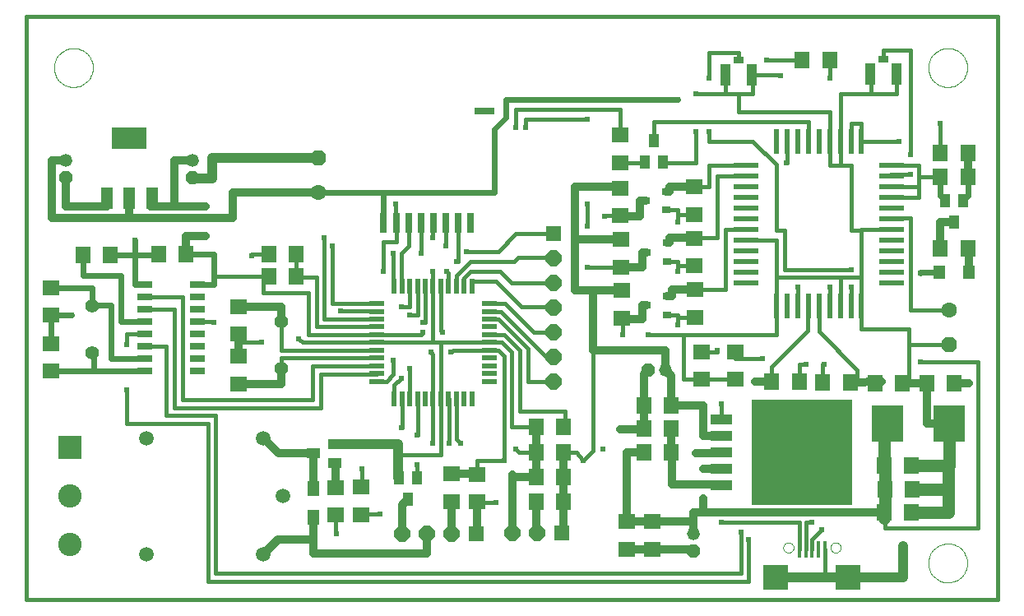
<source format=gbr>
G75*
G70*
%OFA0B0*%
%FSLAX24Y24*%
%IPPOS*%
%LPD*%
%AMOC8*
5,1,8,0,0,1.08239X$1,22.5*
%
%ADD10C,0.0000*%
%ADD11C,0.0160*%
%ADD12R,0.0157X0.0689*%
%ADD13R,0.1000X0.1000*%
%ADD14R,0.0256X0.0787*%
%ADD15R,0.0787X0.0256*%
%ADD16OC8,0.0630*%
%ADD17C,0.0630*%
%ADD18R,0.0640X0.0640*%
%ADD19OC8,0.0640*%
%ADD20R,0.0480X0.0880*%
%ADD21R,0.1417X0.0866*%
%ADD22OC8,0.0520*%
%ADD23C,0.0520*%
%ADD24C,0.0594*%
%ADD25R,0.0551X0.0394*%
%ADD26R,0.0710X0.0630*%
%ADD27R,0.0472X0.0591*%
%ADD28R,0.0950X0.0950*%
%ADD29C,0.0950*%
%ADD30R,0.4098X0.4252*%
%ADD31R,0.0850X0.0420*%
%ADD32R,0.0630X0.0709*%
%ADD33R,0.0709X0.0630*%
%ADD34R,0.0630X0.0710*%
%ADD35R,0.0591X0.0197*%
%ADD36R,0.0197X0.0591*%
%ADD37R,0.0600X0.0250*%
%ADD38R,0.0984X0.0189*%
%ADD39R,0.0189X0.0984*%
%ADD40C,0.0560*%
%ADD41R,0.1250X0.1500*%
%ADD42R,0.0354X0.0315*%
%ADD43R,0.0394X0.0551*%
%ADD44R,0.0413X0.0866*%
%ADD45R,0.0394X0.0315*%
%ADD46R,0.0472X0.0551*%
%ADD47C,0.0320*%
%ADD48C,0.0240*%
%ADD49C,0.0238*%
%ADD50C,0.0400*%
%ADD51C,0.0500*%
D10*
X000250Y000877D02*
X000250Y024499D01*
X039620Y024499D01*
X039620Y000877D01*
X000250Y000877D01*
X030927Y002971D02*
X030929Y002999D01*
X030935Y003027D01*
X030944Y003053D01*
X030957Y003079D01*
X030973Y003102D01*
X030993Y003122D01*
X031015Y003140D01*
X031039Y003155D01*
X031065Y003166D01*
X031092Y003174D01*
X031120Y003178D01*
X031148Y003178D01*
X031176Y003174D01*
X031203Y003166D01*
X031229Y003155D01*
X031253Y003140D01*
X031275Y003122D01*
X031295Y003102D01*
X031311Y003079D01*
X031324Y003053D01*
X031333Y003027D01*
X031339Y002999D01*
X031341Y002971D01*
X031339Y002943D01*
X031333Y002915D01*
X031324Y002889D01*
X031311Y002863D01*
X031295Y002840D01*
X031275Y002820D01*
X031253Y002802D01*
X031229Y002787D01*
X031203Y002776D01*
X031176Y002768D01*
X031148Y002764D01*
X031120Y002764D01*
X031092Y002768D01*
X031065Y002776D01*
X031039Y002787D01*
X031015Y002802D01*
X030993Y002820D01*
X030973Y002840D01*
X030957Y002863D01*
X030944Y002889D01*
X030935Y002915D01*
X030929Y002943D01*
X030927Y002971D01*
X032837Y002971D02*
X032839Y002999D01*
X032845Y003027D01*
X032854Y003053D01*
X032867Y003079D01*
X032883Y003102D01*
X032903Y003122D01*
X032925Y003140D01*
X032949Y003155D01*
X032975Y003166D01*
X033002Y003174D01*
X033030Y003178D01*
X033058Y003178D01*
X033086Y003174D01*
X033113Y003166D01*
X033139Y003155D01*
X033163Y003140D01*
X033185Y003122D01*
X033205Y003102D01*
X033221Y003079D01*
X033234Y003053D01*
X033243Y003027D01*
X033249Y002999D01*
X033251Y002971D01*
X033249Y002943D01*
X033243Y002915D01*
X033234Y002889D01*
X033221Y002863D01*
X033205Y002840D01*
X033185Y002820D01*
X033163Y002802D01*
X033139Y002787D01*
X033113Y002776D01*
X033086Y002768D01*
X033058Y002764D01*
X033030Y002764D01*
X033002Y002768D01*
X032975Y002776D01*
X032949Y002787D01*
X032925Y002802D01*
X032903Y002820D01*
X032883Y002840D01*
X032867Y002863D01*
X032854Y002889D01*
X032845Y002915D01*
X032839Y002943D01*
X032837Y002971D01*
X036803Y002349D02*
X036805Y002405D01*
X036811Y002460D01*
X036821Y002514D01*
X036834Y002568D01*
X036852Y002621D01*
X036873Y002672D01*
X036897Y002722D01*
X036925Y002770D01*
X036957Y002816D01*
X036991Y002860D01*
X037029Y002901D01*
X037069Y002939D01*
X037112Y002974D01*
X037157Y003006D01*
X037205Y003035D01*
X037254Y003061D01*
X037305Y003083D01*
X037357Y003101D01*
X037411Y003115D01*
X037466Y003126D01*
X037521Y003133D01*
X037576Y003136D01*
X037632Y003135D01*
X037687Y003130D01*
X037742Y003121D01*
X037796Y003109D01*
X037849Y003092D01*
X037901Y003072D01*
X037951Y003048D01*
X037999Y003021D01*
X038046Y002991D01*
X038090Y002957D01*
X038132Y002920D01*
X038170Y002880D01*
X038207Y002838D01*
X038240Y002793D01*
X038269Y002747D01*
X038296Y002698D01*
X038318Y002647D01*
X038338Y002595D01*
X038353Y002541D01*
X038365Y002487D01*
X038373Y002432D01*
X038377Y002377D01*
X038377Y002321D01*
X038373Y002266D01*
X038365Y002211D01*
X038353Y002157D01*
X038338Y002103D01*
X038318Y002051D01*
X038296Y002000D01*
X038269Y001951D01*
X038240Y001905D01*
X038207Y001860D01*
X038170Y001818D01*
X038132Y001778D01*
X038090Y001741D01*
X038046Y001707D01*
X037999Y001677D01*
X037951Y001650D01*
X037901Y001626D01*
X037849Y001606D01*
X037796Y001589D01*
X037742Y001577D01*
X037687Y001568D01*
X037632Y001563D01*
X037576Y001562D01*
X037521Y001565D01*
X037466Y001572D01*
X037411Y001583D01*
X037357Y001597D01*
X037305Y001615D01*
X037254Y001637D01*
X037205Y001663D01*
X037157Y001692D01*
X037112Y001724D01*
X037069Y001759D01*
X037029Y001797D01*
X036991Y001838D01*
X036957Y001882D01*
X036925Y001928D01*
X036897Y001976D01*
X036873Y002026D01*
X036852Y002077D01*
X036834Y002130D01*
X036821Y002184D01*
X036811Y002238D01*
X036805Y002293D01*
X036803Y002349D01*
X036803Y022428D02*
X036805Y022484D01*
X036811Y022539D01*
X036821Y022593D01*
X036834Y022647D01*
X036852Y022700D01*
X036873Y022751D01*
X036897Y022801D01*
X036925Y022849D01*
X036957Y022895D01*
X036991Y022939D01*
X037029Y022980D01*
X037069Y023018D01*
X037112Y023053D01*
X037157Y023085D01*
X037205Y023114D01*
X037254Y023140D01*
X037305Y023162D01*
X037357Y023180D01*
X037411Y023194D01*
X037466Y023205D01*
X037521Y023212D01*
X037576Y023215D01*
X037632Y023214D01*
X037687Y023209D01*
X037742Y023200D01*
X037796Y023188D01*
X037849Y023171D01*
X037901Y023151D01*
X037951Y023127D01*
X037999Y023100D01*
X038046Y023070D01*
X038090Y023036D01*
X038132Y022999D01*
X038170Y022959D01*
X038207Y022917D01*
X038240Y022872D01*
X038269Y022826D01*
X038296Y022777D01*
X038318Y022726D01*
X038338Y022674D01*
X038353Y022620D01*
X038365Y022566D01*
X038373Y022511D01*
X038377Y022456D01*
X038377Y022400D01*
X038373Y022345D01*
X038365Y022290D01*
X038353Y022236D01*
X038338Y022182D01*
X038318Y022130D01*
X038296Y022079D01*
X038269Y022030D01*
X038240Y021984D01*
X038207Y021939D01*
X038170Y021897D01*
X038132Y021857D01*
X038090Y021820D01*
X038046Y021786D01*
X037999Y021756D01*
X037951Y021729D01*
X037901Y021705D01*
X037849Y021685D01*
X037796Y021668D01*
X037742Y021656D01*
X037687Y021647D01*
X037632Y021642D01*
X037576Y021641D01*
X037521Y021644D01*
X037466Y021651D01*
X037411Y021662D01*
X037357Y021676D01*
X037305Y021694D01*
X037254Y021716D01*
X037205Y021742D01*
X037157Y021771D01*
X037112Y021803D01*
X037069Y021838D01*
X037029Y021876D01*
X036991Y021917D01*
X036957Y021961D01*
X036925Y022007D01*
X036897Y022055D01*
X036873Y022105D01*
X036852Y022156D01*
X036834Y022209D01*
X036821Y022263D01*
X036811Y022317D01*
X036805Y022372D01*
X036803Y022428D01*
X001370Y022428D02*
X001372Y022484D01*
X001378Y022539D01*
X001388Y022593D01*
X001401Y022647D01*
X001419Y022700D01*
X001440Y022751D01*
X001464Y022801D01*
X001492Y022849D01*
X001524Y022895D01*
X001558Y022939D01*
X001596Y022980D01*
X001636Y023018D01*
X001679Y023053D01*
X001724Y023085D01*
X001772Y023114D01*
X001821Y023140D01*
X001872Y023162D01*
X001924Y023180D01*
X001978Y023194D01*
X002033Y023205D01*
X002088Y023212D01*
X002143Y023215D01*
X002199Y023214D01*
X002254Y023209D01*
X002309Y023200D01*
X002363Y023188D01*
X002416Y023171D01*
X002468Y023151D01*
X002518Y023127D01*
X002566Y023100D01*
X002613Y023070D01*
X002657Y023036D01*
X002699Y022999D01*
X002737Y022959D01*
X002774Y022917D01*
X002807Y022872D01*
X002836Y022826D01*
X002863Y022777D01*
X002885Y022726D01*
X002905Y022674D01*
X002920Y022620D01*
X002932Y022566D01*
X002940Y022511D01*
X002944Y022456D01*
X002944Y022400D01*
X002940Y022345D01*
X002932Y022290D01*
X002920Y022236D01*
X002905Y022182D01*
X002885Y022130D01*
X002863Y022079D01*
X002836Y022030D01*
X002807Y021984D01*
X002774Y021939D01*
X002737Y021897D01*
X002699Y021857D01*
X002657Y021820D01*
X002613Y021786D01*
X002566Y021756D01*
X002518Y021729D01*
X002468Y021705D01*
X002416Y021685D01*
X002363Y021668D01*
X002309Y021656D01*
X002254Y021647D01*
X002199Y021642D01*
X002143Y021641D01*
X002088Y021644D01*
X002033Y021651D01*
X001978Y021662D01*
X001924Y021676D01*
X001872Y021694D01*
X001821Y021716D01*
X001772Y021742D01*
X001724Y021771D01*
X001679Y021803D01*
X001636Y021838D01*
X001596Y021876D01*
X001558Y021917D01*
X001524Y021961D01*
X001492Y022007D01*
X001464Y022055D01*
X001440Y022105D01*
X001419Y022156D01*
X001401Y022209D01*
X001388Y022263D01*
X001378Y022317D01*
X001372Y022372D01*
X001370Y022428D01*
D11*
X000250Y024499D02*
X000250Y000877D01*
X039620Y000877D01*
X039620Y024499D01*
X000250Y024499D01*
X012330Y015529D02*
X012330Y012249D01*
X014490Y012249D01*
X014410Y012569D02*
X012970Y012569D01*
X012650Y012864D02*
X014447Y012864D01*
X015130Y013529D02*
X015130Y014889D01*
X015450Y014889D02*
X015450Y013593D01*
X015470Y013572D01*
X015785Y013572D02*
X015785Y012729D01*
X015450Y012729D01*
X015770Y012409D02*
X016100Y012409D01*
X016100Y013572D01*
X016415Y013572D02*
X016415Y012089D01*
X016330Y012089D01*
X016330Y011689D02*
X016250Y011609D01*
X014490Y011609D01*
X011690Y011609D01*
X011690Y013289D01*
X009850Y013289D01*
X009850Y013969D01*
X007850Y013969D01*
X007850Y013849D01*
X006570Y013139D02*
X006570Y008969D01*
X011850Y008969D01*
X011850Y010329D01*
X014447Y010329D01*
X014447Y010344D01*
X014447Y010029D02*
X014447Y010009D01*
X012170Y010009D01*
X012170Y008649D01*
X006250Y008649D01*
X006250Y012639D01*
X005049Y012639D01*
X005049Y013139D02*
X006570Y013139D01*
X007171Y012139D02*
X007850Y012139D01*
X007850Y012089D01*
X008850Y011369D02*
X008850Y011289D01*
X009770Y011289D01*
X010570Y010974D02*
X010570Y012119D01*
X011290Y011449D02*
X011450Y011289D01*
X014447Y011289D01*
X016650Y011289D01*
X016810Y011289D01*
X019013Y011289D01*
X019530Y011289D01*
X019930Y010889D01*
X019930Y010569D01*
X019930Y007869D01*
X020919Y007869D01*
X020250Y008489D02*
X022090Y008489D01*
X022090Y007869D01*
X022021Y007869D01*
X022021Y006829D02*
X022550Y006829D01*
X022810Y006489D01*
X023210Y006889D01*
X023210Y010969D01*
X024410Y011609D02*
X024410Y012269D01*
X024370Y012269D01*
X025450Y011609D02*
X026890Y011609D01*
X026890Y009798D01*
X027610Y009798D01*
X028970Y009798D01*
X028970Y010649D02*
X030090Y010649D01*
X030459Y010298D02*
X031930Y011769D01*
X031930Y012809D01*
X031530Y012809D02*
X031530Y013529D01*
X030970Y014249D02*
X030970Y015849D01*
X030650Y015849D01*
X030650Y018249D01*
X030650Y018489D01*
X029690Y019449D01*
X027930Y019449D01*
X027930Y019849D01*
X027370Y019849D02*
X027370Y018569D01*
X026064Y018569D01*
X026064Y018616D01*
X025316Y018616D02*
X025316Y018569D01*
X024330Y018569D01*
X025690Y019482D02*
X025690Y020249D01*
X027290Y020249D01*
X031933Y020249D01*
X031933Y019421D01*
X032799Y019421D02*
X032799Y020649D01*
X029130Y020649D01*
X029130Y021369D01*
X029690Y021369D01*
X029690Y022129D01*
X029651Y022129D01*
X030810Y022129D01*
X030810Y022089D01*
X030250Y022729D02*
X030250Y022749D01*
X031690Y022749D01*
X032810Y022749D02*
X032810Y022009D01*
X032810Y022009D01*
X033232Y021369D02*
X033232Y019421D01*
X033232Y018476D01*
X033690Y018476D01*
X033690Y015849D01*
X034098Y015849D01*
X034098Y015878D01*
X034098Y013929D01*
X033232Y013929D01*
X030634Y013929D01*
X030634Y012767D01*
X030634Y011609D01*
X026890Y011609D01*
X026650Y012009D02*
X026650Y012249D01*
X026650Y012415D01*
X026224Y012415D01*
X026650Y012309D02*
X026650Y012249D01*
X026650Y012309D02*
X027350Y012309D01*
X027350Y013429D02*
X027350Y013449D01*
X028570Y013449D01*
X028570Y015878D01*
X029413Y015878D01*
X029413Y015445D02*
X030634Y015445D01*
X030634Y013929D01*
X030970Y014249D02*
X033690Y014249D01*
X034098Y013929D02*
X034098Y012767D01*
X034098Y011849D01*
X036010Y011849D01*
X036010Y011209D01*
X037650Y011209D01*
X037650Y011189D01*
X036490Y010489D02*
X038810Y010489D01*
X038810Y006649D01*
X038810Y003769D01*
X036970Y003769D01*
X035050Y003769D01*
X035050Y004409D01*
X032490Y003689D02*
X032089Y003288D01*
X032089Y002890D01*
X031833Y002890D02*
X031833Y004009D01*
X032090Y004009D01*
X031577Y004009D02*
X028410Y004009D01*
X029210Y003609D02*
X029210Y001929D01*
X007930Y001929D01*
X007930Y008329D01*
X005930Y008329D01*
X005930Y011129D01*
X005049Y011129D01*
X005049Y011139D01*
X005049Y011639D02*
X004330Y011639D01*
X004330Y011209D01*
X004330Y009369D02*
X004330Y008009D01*
X007610Y008009D01*
X007610Y001609D01*
X009450Y001609D01*
X029530Y001609D01*
X029530Y003289D01*
X031577Y002890D02*
X031577Y004009D01*
X032601Y002890D02*
X032601Y001778D01*
X032570Y001778D01*
X028410Y008169D02*
X028410Y008809D01*
X030459Y009689D02*
X030459Y010298D01*
X031570Y010409D02*
X031578Y009689D01*
X032530Y009669D02*
X032530Y010409D01*
X032570Y010409D01*
X031850Y010409D02*
X031570Y010409D01*
X032366Y011733D02*
X033930Y010169D01*
X033930Y009709D01*
X033650Y009669D01*
X035741Y009649D02*
X036010Y009689D01*
X036010Y011209D01*
X036090Y012589D02*
X036090Y016329D01*
X035319Y016329D01*
X035319Y016311D01*
X035319Y015878D02*
X034098Y015878D01*
X035319Y017177D02*
X036410Y017177D01*
X036410Y017609D01*
X035319Y017609D01*
X035319Y017610D01*
X035319Y018043D02*
X035290Y018043D01*
X035290Y018089D01*
X036090Y018089D01*
X036410Y017989D02*
X037290Y017989D01*
X036410Y017989D02*
X036410Y018476D01*
X036410Y017609D01*
X036410Y018476D02*
X035319Y018476D01*
X036090Y018889D02*
X036090Y019209D01*
X036090Y023129D01*
X034990Y023129D01*
X034990Y022769D01*
X034449Y022169D02*
X034490Y022089D01*
X034490Y021369D01*
X033232Y021369D01*
X034490Y021369D02*
X035531Y021369D01*
X035531Y022169D01*
X034090Y020169D02*
X033665Y020169D01*
X033665Y019421D01*
X034090Y019421D02*
X034098Y019421D01*
X035610Y019421D01*
X035610Y019449D01*
X034090Y019421D02*
X034090Y020169D01*
X032799Y019421D02*
X032799Y018476D01*
X033232Y018476D01*
X031067Y018569D02*
X031050Y018569D01*
X031067Y018569D02*
X031067Y019421D01*
X029413Y018476D02*
X027930Y018476D01*
X027930Y017609D01*
X027310Y017609D01*
X027310Y017589D01*
X028250Y018043D02*
X028250Y015529D01*
X027330Y015529D01*
X027330Y015509D01*
X026650Y016169D02*
X026650Y016655D01*
X026184Y016655D01*
X026650Y016469D02*
X027310Y016469D01*
X026650Y016469D02*
X026650Y016169D01*
X024330Y016429D02*
X023710Y016429D01*
X023690Y016409D01*
X022970Y016009D02*
X022970Y016889D01*
X021630Y015689D02*
X020090Y015689D01*
X019370Y014969D01*
X019210Y014969D01*
X018090Y014969D01*
X018250Y014569D02*
X019290Y014569D01*
X020010Y014569D01*
X020170Y014729D01*
X021590Y014729D01*
X021630Y014689D01*
X022970Y014349D02*
X024350Y014349D01*
X022970Y014329D02*
X022970Y014349D01*
X021610Y013689D02*
X019930Y013689D01*
X019450Y014169D01*
X018250Y014169D01*
X017990Y013909D01*
X017990Y013572D01*
X018305Y013572D02*
X018305Y013769D01*
X018970Y013769D01*
X019290Y013769D01*
X020330Y012729D01*
X021690Y012729D01*
X021610Y011689D02*
X020810Y011689D01*
X019635Y012864D01*
X019013Y012864D01*
X019013Y012549D02*
X019470Y012549D01*
X021290Y010729D01*
X021610Y010729D01*
X020570Y011049D02*
X020570Y009689D01*
X021630Y009689D01*
X020570Y011049D02*
X019385Y012234D01*
X019013Y012234D01*
X019013Y011604D02*
X019615Y011604D01*
X020250Y010969D01*
X020250Y008489D01*
X020090Y006969D02*
X020230Y006829D01*
X020919Y006829D01*
X019610Y006489D02*
X018530Y006489D01*
X018530Y005949D01*
X019610Y006489D02*
X019610Y010734D01*
X019370Y010974D01*
X019013Y010974D01*
X017535Y010974D01*
X017450Y010889D01*
X017045Y011289D02*
X016810Y011289D01*
X016730Y011289D02*
X016730Y013609D01*
X016730Y014169D01*
X017290Y014169D02*
X017360Y014099D01*
X017360Y013572D01*
X017675Y013572D02*
X017675Y013994D01*
X018250Y014569D01*
X017751Y014569D02*
X017690Y014569D01*
X017751Y014569D02*
X017751Y016149D01*
X017259Y016149D02*
X017259Y015209D01*
X017250Y015209D01*
X016730Y015529D02*
X016730Y016149D01*
X016747Y016149D01*
X016255Y016149D02*
X016255Y015294D01*
X016250Y014889D01*
X015763Y015202D02*
X015450Y014889D01*
X015763Y015202D02*
X015763Y016149D01*
X015251Y016149D02*
X015251Y015369D01*
X014730Y015369D01*
X014730Y014169D01*
X017045Y013572D02*
X017045Y011774D01*
X017130Y011689D01*
X017045Y011289D02*
X017045Y009005D01*
X017050Y009005D01*
X017050Y006729D01*
X015330Y006729D01*
X016084Y006323D02*
X016090Y006329D01*
X016084Y006323D02*
X016084Y005802D01*
X016730Y007209D02*
X016730Y009005D01*
X016730Y010809D01*
X016650Y010889D01*
X016650Y011289D02*
X016730Y011289D01*
X015770Y010249D02*
X015770Y009021D01*
X015785Y009005D01*
X015470Y009005D02*
X015470Y007849D01*
X015450Y007849D01*
X016090Y007529D02*
X016100Y007529D01*
X016100Y009005D01*
X015155Y009005D02*
X015155Y009554D01*
X015450Y009849D01*
X015130Y010009D02*
X015130Y010569D01*
X015130Y010009D02*
X014835Y009714D01*
X014447Y009714D01*
X014447Y010659D02*
X010570Y010659D01*
X010570Y010219D01*
X010570Y010974D02*
X014447Y010974D01*
X014447Y011919D02*
X012010Y011919D01*
X012010Y013929D01*
X011190Y013929D01*
X011190Y013969D01*
X011190Y014789D01*
X011210Y014809D01*
X010079Y014869D02*
X009370Y014869D01*
X009370Y014809D01*
X009850Y014009D02*
X009850Y013969D01*
X009850Y014009D01*
X009850Y013969D02*
X010070Y013969D01*
X012650Y012864D02*
X012650Y015209D01*
X015210Y016089D02*
X015210Y016889D01*
X018305Y013769D02*
X018305Y013572D01*
X017675Y009005D02*
X017675Y007384D01*
X017850Y007209D01*
X017370Y007209D02*
X017370Y008995D01*
X017360Y009005D01*
X013850Y006169D02*
X013850Y005449D01*
X013810Y004329D02*
X013810Y004309D01*
X013810Y004329D02*
X014570Y004329D01*
X012790Y004289D02*
X012790Y003549D01*
X012810Y003529D01*
X018530Y004809D02*
X019290Y004809D01*
X028970Y010649D02*
X028970Y010900D01*
X028250Y010900D02*
X028250Y010969D01*
X028250Y010900D02*
X027610Y010900D01*
X032366Y011733D02*
X032366Y012767D01*
X032799Y012767D02*
X032810Y012767D01*
X032810Y013529D01*
X033232Y013929D02*
X033232Y012767D01*
X033665Y012767D02*
X033690Y012792D01*
X033690Y013529D01*
X036090Y012589D02*
X037650Y012589D01*
X029413Y018043D02*
X028250Y018043D01*
X024330Y019689D02*
X024330Y020729D01*
X020090Y020729D01*
X020090Y020009D01*
X020490Y020009D02*
X020490Y020329D01*
X022970Y020329D01*
X027370Y021369D02*
X028730Y021369D01*
X029130Y021369D01*
X028730Y021369D02*
X028569Y021369D01*
X028569Y022129D01*
X027930Y022009D02*
X027930Y023049D01*
X029110Y023049D01*
X029110Y022729D01*
X037290Y020169D02*
X037290Y018969D01*
X027330Y014389D02*
X026650Y014389D01*
X026650Y014169D01*
X026650Y014575D01*
X026204Y014575D01*
D12*
X031577Y002890D03*
X031833Y002890D03*
X032089Y002890D03*
X032345Y002890D03*
X032601Y002890D03*
D13*
X033556Y001778D03*
X030623Y001778D03*
D14*
X018244Y016149D03*
X017751Y016149D03*
X017259Y016149D03*
X016747Y016149D03*
X016255Y016149D03*
X015763Y016149D03*
X015251Y016149D03*
X014720Y016149D03*
D15*
X018799Y020673D03*
D16*
X012070Y018769D03*
X037650Y011189D03*
D17*
X037650Y012589D03*
X012070Y017369D03*
D18*
X021630Y015689D03*
X021950Y003569D03*
X018490Y003529D03*
D19*
X017490Y003529D03*
X016490Y003529D03*
X015490Y003529D03*
X019950Y003569D03*
X020950Y003569D03*
X021630Y009689D03*
X021630Y010689D03*
X021630Y011689D03*
X021630Y012689D03*
X021630Y013689D03*
X021630Y014689D03*
D20*
X005340Y017129D03*
X004430Y017129D03*
X003520Y017129D03*
D21*
X004430Y019569D03*
D22*
X006990Y017959D03*
X001850Y017959D03*
X025440Y010169D03*
X027290Y002819D03*
D23*
X027290Y003519D03*
X026140Y010169D03*
X006990Y018659D03*
X001850Y018659D03*
D24*
X005128Y007418D03*
X009852Y007418D03*
X010639Y005056D03*
X009852Y002694D03*
X005128Y002694D03*
D25*
X011877Y006789D03*
X012743Y007163D03*
X012743Y006415D03*
D26*
X012790Y005409D03*
X013810Y005429D03*
X013810Y004309D03*
X012790Y004289D03*
X017470Y004849D03*
X018530Y004829D03*
X018530Y005949D03*
X017470Y005969D03*
X024590Y004029D03*
X024590Y002909D03*
X024370Y012269D03*
X024370Y013389D03*
X024350Y014349D03*
X024350Y015469D03*
X024330Y016429D03*
X024330Y017549D03*
X024330Y018569D03*
X024330Y019689D03*
X027310Y017589D03*
X027310Y016469D03*
X027330Y015509D03*
X027330Y014389D03*
X027350Y013429D03*
X027350Y012309D03*
D27*
X011870Y005360D03*
X011870Y004218D03*
D28*
X002030Y007029D03*
D29*
X002030Y005060D03*
X002030Y003092D03*
D30*
X031690Y006829D03*
D31*
X028410Y006829D03*
X028410Y007499D03*
X028410Y008169D03*
X028410Y006159D03*
X028410Y005489D03*
D32*
X026381Y008749D03*
X025279Y008749D03*
X022021Y007869D03*
X020919Y007869D03*
X020919Y006829D03*
X022021Y006829D03*
X022021Y005829D03*
X020919Y005829D03*
X035019Y006289D03*
X036121Y006289D03*
X036141Y005329D03*
X035039Y005329D03*
X035019Y004409D03*
X036121Y004409D03*
X035741Y009649D03*
X034639Y009649D03*
X036759Y009649D03*
X037861Y009649D03*
X011181Y014869D03*
X010079Y014869D03*
X006701Y014869D03*
X005599Y014869D03*
X003661Y014849D03*
X002559Y014849D03*
D33*
X001250Y013500D03*
X001250Y012398D03*
X001250Y011240D03*
X001250Y010138D03*
X008850Y009618D03*
X008850Y010720D03*
X008850Y011638D03*
X008850Y012740D03*
X025630Y004020D03*
X025630Y002918D03*
X027610Y009798D03*
X028970Y009798D03*
X028970Y010900D03*
X027610Y010900D03*
D34*
X030459Y009689D03*
X031578Y009689D03*
X032530Y009669D03*
X033650Y009669D03*
X026390Y007789D03*
X025270Y007789D03*
X025270Y006829D03*
X026390Y006829D03*
X022030Y004849D03*
X020910Y004849D03*
X011190Y013969D03*
X010070Y013969D03*
X031690Y022749D03*
X032810Y022749D03*
X037290Y018969D03*
X038410Y018969D03*
X038410Y017989D03*
X037290Y017989D03*
X037290Y015089D03*
X038410Y015089D03*
D35*
X019013Y012864D03*
X019013Y012549D03*
X019013Y012234D03*
X019013Y011919D03*
X019013Y011604D03*
X019013Y011289D03*
X019013Y010974D03*
X019013Y010659D03*
X019013Y010344D03*
X019013Y010029D03*
X019013Y009714D03*
X014447Y009714D03*
X014447Y010029D03*
X014447Y010344D03*
X014447Y010659D03*
X014447Y010974D03*
X014447Y011289D03*
X014447Y011604D03*
X014447Y011919D03*
X014447Y012234D03*
X014447Y012549D03*
X014447Y012864D03*
D36*
X015155Y013572D03*
X015470Y013572D03*
X015785Y013572D03*
X016100Y013572D03*
X016415Y013572D03*
X016730Y013572D03*
X017045Y013572D03*
X017360Y013572D03*
X017675Y013572D03*
X017990Y013572D03*
X018305Y013572D03*
X018305Y009005D03*
X017990Y009005D03*
X017675Y009005D03*
X017360Y009005D03*
X017045Y009005D03*
X016730Y009005D03*
X016415Y009005D03*
X016100Y009005D03*
X015785Y009005D03*
X015470Y009005D03*
X015155Y009005D03*
D37*
X007171Y010139D03*
X007171Y010639D03*
X007171Y011139D03*
X007171Y011639D03*
X007171Y012139D03*
X007171Y012639D03*
X007171Y013139D03*
X007171Y013639D03*
X005049Y013639D03*
X005049Y013139D03*
X005049Y012639D03*
X005049Y012139D03*
X005049Y011639D03*
X005049Y011139D03*
X005049Y010639D03*
X005049Y010139D03*
D38*
X029413Y013712D03*
X029413Y014145D03*
X029413Y014578D03*
X029413Y015011D03*
X029413Y015445D03*
X029413Y015878D03*
X029413Y016311D03*
X029413Y016744D03*
X029413Y017177D03*
X029413Y017610D03*
X029413Y018043D03*
X029413Y018476D03*
X035319Y018476D03*
X035319Y018043D03*
X035319Y017610D03*
X035319Y017177D03*
X035319Y016744D03*
X035319Y016311D03*
X035319Y015878D03*
X035319Y015445D03*
X035319Y015011D03*
X035319Y014578D03*
X035319Y014145D03*
X035319Y013693D03*
D39*
X034098Y012767D03*
X033665Y012767D03*
X033232Y012767D03*
X032799Y012767D03*
X032366Y012767D03*
X031933Y012767D03*
X031500Y012767D03*
X031067Y012767D03*
X030634Y012767D03*
X030634Y019421D03*
X031067Y019421D03*
X031500Y019421D03*
X031933Y019421D03*
X032366Y019421D03*
X032799Y019421D03*
X033232Y019421D03*
X033665Y019421D03*
X034098Y019421D03*
D40*
X010570Y012119D03*
X010570Y010219D03*
X002930Y010879D03*
X002930Y012779D03*
D41*
X035160Y008009D03*
X037660Y008009D03*
D42*
X026224Y012415D03*
X025397Y012789D03*
X026224Y013163D03*
X026204Y014575D03*
X025377Y014949D03*
X026204Y015323D03*
X026184Y016655D03*
X025357Y017029D03*
X026184Y017403D03*
D43*
X026064Y018616D03*
X025316Y018616D03*
X025690Y019482D03*
X037476Y017042D03*
X038224Y017042D03*
X037850Y016176D03*
X016084Y005802D03*
X015336Y005802D03*
X015710Y004936D03*
D44*
X028569Y022129D03*
X029651Y022129D03*
X034449Y022169D03*
X035531Y022169D03*
D45*
X034990Y022769D03*
X029110Y022729D03*
D46*
X037259Y014129D03*
X038441Y014129D03*
D47*
X038441Y015089D01*
X038410Y015089D01*
X037290Y015089D02*
X037290Y016176D01*
X037850Y016176D01*
X038410Y017989D02*
X038410Y018969D01*
X027310Y017609D02*
X027310Y017589D01*
X027310Y017609D02*
X026330Y017609D01*
X026330Y017403D01*
X026184Y017403D01*
X025357Y017029D02*
X025130Y017029D01*
X025130Y016409D01*
X024330Y016409D01*
X024330Y016429D01*
X024350Y015469D02*
X022490Y015469D01*
X022490Y013389D01*
X023210Y013389D01*
X023210Y010969D01*
X026140Y010969D01*
X026140Y010169D01*
X026370Y009939D01*
X026370Y008749D01*
X027690Y008749D01*
X027690Y007529D01*
X027690Y007489D01*
X028410Y007489D01*
X028410Y007499D01*
X028410Y008169D02*
X028430Y008169D01*
X028470Y008209D01*
X026390Y007789D02*
X026390Y006829D01*
X026410Y006829D01*
X026410Y005529D01*
X028410Y005529D01*
X028410Y005489D01*
X028410Y006159D02*
X028410Y006169D01*
X027690Y006169D01*
X027370Y006809D02*
X028410Y006809D01*
X028410Y006829D01*
X027690Y004969D02*
X027690Y004409D01*
X027290Y004409D01*
X027290Y003519D01*
X027290Y004020D01*
X025630Y004020D01*
X025630Y004029D01*
X024590Y004029D01*
X024590Y006829D01*
X025270Y006829D01*
X025279Y007689D02*
X025279Y007769D01*
X024330Y007769D01*
X025279Y007689D02*
X025290Y007689D01*
X025279Y007689D02*
X025279Y008749D01*
X025279Y010008D01*
X025440Y010169D01*
X025210Y012249D02*
X024370Y012249D01*
X024370Y012269D01*
X025210Y012249D02*
X025210Y012789D01*
X025397Y012789D01*
X026224Y013163D02*
X026410Y013163D01*
X026410Y013449D01*
X027350Y013449D01*
X027350Y013429D01*
X025210Y014329D02*
X024350Y014329D01*
X024350Y014349D01*
X025210Y014329D02*
X025210Y014949D01*
X025377Y014949D01*
X026204Y015323D02*
X026330Y015323D01*
X026330Y015529D01*
X027330Y015529D01*
X027330Y015509D01*
X024370Y013389D02*
X023210Y013389D01*
X022490Y015469D02*
X022490Y017609D01*
X024330Y017609D01*
X012070Y017369D02*
X008630Y017369D01*
X008630Y016329D01*
X004330Y016329D01*
X004410Y016329D01*
X004430Y016329D01*
X004430Y017129D01*
X005290Y017129D02*
X005290Y016809D01*
X006250Y016809D01*
X007530Y016809D01*
X006250Y016809D02*
X006250Y016889D01*
X006250Y018659D01*
X006990Y018659D01*
X004330Y016329D02*
X001290Y016329D01*
X001290Y018659D01*
X001850Y018659D01*
X001850Y017959D02*
X001850Y016809D01*
X003530Y016809D01*
X003530Y017129D01*
X003520Y017129D01*
X006701Y015609D02*
X007530Y015609D01*
X006701Y015609D02*
X006701Y014869D01*
X008810Y012729D02*
X010570Y012729D01*
X010570Y012119D01*
X008850Y011638D02*
X008850Y011369D01*
X008850Y010720D01*
X010570Y010219D02*
X010570Y009618D01*
X008850Y009618D01*
X009852Y007418D02*
X010481Y006789D01*
X011877Y006789D01*
X011877Y005367D01*
X011870Y005360D01*
X012790Y005409D02*
X012790Y006368D01*
X012743Y006415D01*
X015490Y004716D02*
X015710Y004936D01*
X015490Y004716D02*
X015490Y003529D01*
X016490Y003529D02*
X016490Y002729D01*
X011870Y002729D01*
X011870Y003309D01*
X011870Y004218D01*
X011870Y003309D02*
X011850Y003289D01*
X010447Y003289D01*
X009852Y002694D01*
X017470Y003529D02*
X017470Y004849D01*
X018530Y004829D02*
X018530Y003529D01*
X018490Y003529D01*
X017490Y003529D02*
X017470Y003529D01*
X019950Y003569D02*
X019950Y005849D01*
X019950Y005829D01*
X020919Y005829D01*
X020919Y006829D01*
X020919Y007869D01*
X022010Y006729D02*
X022010Y005829D01*
X022021Y005829D01*
X022010Y005849D02*
X022010Y004849D01*
X022030Y004849D01*
X022030Y003489D01*
X021950Y003569D01*
X020950Y003569D02*
X020910Y003569D01*
X020910Y004849D01*
X019950Y005849D02*
X019950Y005949D01*
X018530Y005969D02*
X018530Y005949D01*
X018530Y005969D02*
X017470Y005969D01*
X024590Y002909D02*
X025630Y002909D01*
X025630Y002918D01*
X027290Y002918D01*
X027290Y002819D01*
X027690Y004409D02*
X035050Y004409D01*
X036759Y008009D02*
X036759Y009649D01*
X035741Y009649D01*
X034919Y009709D02*
X034639Y009649D01*
X034919Y009709D02*
X033650Y009669D01*
X030459Y009689D02*
X029770Y009689D01*
X036759Y008009D02*
X037660Y008009D01*
X037861Y009649D02*
X038450Y009649D01*
D48*
X037259Y014129D02*
X036490Y014129D01*
X036490Y014089D01*
X037476Y017042D02*
X037290Y017228D01*
X037290Y017989D01*
X038410Y017989D02*
X038410Y017228D01*
X038224Y017042D01*
X026650Y021129D02*
X019690Y021129D01*
X019690Y020409D01*
X019210Y019929D01*
X019210Y017369D01*
X014720Y017369D01*
X014720Y016149D01*
X014720Y017369D01*
X012090Y017369D01*
X007850Y014869D02*
X007850Y013849D01*
X007850Y013689D01*
X007850Y013639D01*
X007171Y013639D01*
X006701Y014869D02*
X007850Y014869D01*
X005599Y014849D02*
X005599Y014869D01*
X005599Y014849D02*
X004650Y014849D01*
X004650Y015449D01*
X004650Y014849D01*
X004650Y015449D01*
X004650Y014849D02*
X003661Y014849D01*
X004650Y014849D02*
X004650Y013639D01*
X005049Y013639D01*
X004090Y014009D02*
X002559Y014009D01*
X002559Y014849D01*
X004090Y014009D02*
X004090Y012139D01*
X005049Y012139D01*
X003690Y012809D02*
X002930Y012809D01*
X002930Y012779D01*
X002930Y013500D01*
X001250Y013500D01*
X001250Y012398D02*
X002090Y012398D01*
X002090Y012409D01*
X001250Y012398D02*
X001250Y011240D01*
X001250Y010138D02*
X002970Y010138D01*
X002970Y010169D01*
X002970Y010139D01*
X005049Y010139D01*
X005049Y010639D02*
X003690Y010639D01*
X003690Y012809D01*
X002970Y010889D02*
X002970Y010169D01*
D49*
X004330Y009369D03*
X004330Y011209D03*
X002090Y012409D03*
X004650Y014849D03*
X004650Y015449D03*
X007530Y015609D03*
X007530Y016809D03*
X009370Y014809D03*
X012330Y015529D03*
X012650Y015209D03*
X014730Y014169D03*
X015130Y014889D03*
X016250Y014889D03*
X016730Y015529D03*
X017250Y015209D03*
X017690Y014569D03*
X018090Y014969D03*
X017290Y014169D03*
X016730Y014169D03*
X015450Y012729D03*
X015770Y012409D03*
X016330Y012089D03*
X016330Y011689D03*
X017130Y011689D03*
X017450Y010889D03*
X016650Y010889D03*
X015770Y010249D03*
X015130Y010569D03*
X015450Y009849D03*
X015450Y007849D03*
X016090Y007529D03*
X016730Y007209D03*
X017370Y007209D03*
X017850Y007209D03*
X016090Y006329D03*
X013850Y006169D03*
X014570Y004329D03*
X012810Y003529D03*
X019290Y004809D03*
X019610Y006489D03*
X020090Y006969D03*
X022810Y006489D03*
X023610Y006969D03*
X024330Y007769D03*
X027370Y006809D03*
X027690Y006169D03*
X027690Y004969D03*
X028410Y004009D03*
X029210Y003609D03*
X029530Y003289D03*
X032090Y004009D03*
X032490Y003689D03*
X035770Y003049D03*
X037610Y004409D03*
X038450Y009649D03*
X036490Y010489D03*
X032570Y010409D03*
X031850Y010409D03*
X030090Y010649D03*
X029770Y009689D03*
X028410Y008809D03*
X027690Y007529D03*
X028250Y010969D03*
X026650Y012009D03*
X025450Y011609D03*
X024410Y011609D03*
X023210Y010969D03*
X026650Y014169D03*
X026650Y016169D03*
X023690Y016409D03*
X022970Y016009D03*
X022970Y016889D03*
X022970Y014329D03*
X015210Y016889D03*
X020090Y020009D03*
X020490Y020009D03*
X022970Y020329D03*
X026650Y021129D03*
X027370Y021369D03*
X027930Y022009D03*
X030250Y022729D03*
X030810Y022089D03*
X032810Y022009D03*
X035610Y019449D03*
X036090Y018889D03*
X036090Y018089D03*
X037290Y020169D03*
X031050Y018569D03*
X027930Y019849D03*
X027370Y019849D03*
X033690Y014249D03*
X033690Y013529D03*
X032810Y013529D03*
X031530Y013529D03*
X036490Y014089D03*
X012970Y012569D03*
X011290Y011449D03*
X009770Y011289D03*
X007850Y012089D03*
D50*
X012743Y007163D02*
X015330Y007163D01*
X015330Y006729D01*
X015330Y005809D01*
X030623Y001778D02*
X032570Y001778D01*
X033556Y001778D01*
X035770Y001778D01*
X035770Y003049D01*
X036121Y004409D02*
X037610Y004409D01*
X012070Y018769D02*
X007770Y018769D01*
X007770Y017929D01*
X006990Y017929D01*
X006990Y017959D01*
D51*
X035019Y008009D02*
X035019Y006289D01*
X035039Y006289D01*
X035039Y005329D01*
X035039Y004489D01*
X034970Y004489D01*
X035019Y004409D02*
X035019Y004169D01*
X036121Y004409D02*
X037610Y004409D01*
X037610Y005369D01*
X037610Y006329D01*
X037660Y006289D02*
X036121Y006289D01*
X036141Y005329D02*
X037610Y005329D01*
X037610Y005369D01*
X037660Y006289D02*
X037660Y008009D01*
X035160Y008009D02*
X035019Y008009D01*
X035039Y005329D02*
X035019Y005329D01*
M02*

</source>
